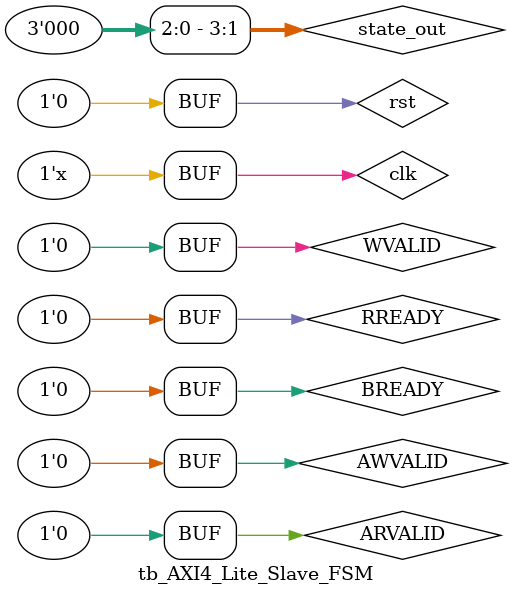
<source format=v>


module tb_AXI4_Lite_Slave_FSM;

    // Interface Signals
	reg		clk;
	reg  	rst; // reset on high

	// AXI4-Lite Interface Signals

	// Read address channel
	reg		ARVALID;
	wire	ARREADY;

	// Read data channel
	wire	RVALID;
	reg		RREADY;

	// Write address channel
	reg		AWVALID;
	wire	AWREADY;
	
	// Write data channel
	reg		WVALID;
	wire	WREADY;

	// Write response channel
	wire	BVALID;
	reg		BREADY;

	wire[3:0] state_out;

	// DUT
	AXI4_Lite_Slave_FSM DUT (
		.clk(clk), .rst(rst),
		.ARVALID(ARVALID), .ARREADY(ARREADY),
		.RVALID(RVALID), .RREADY(RREADY),
		.AWVALID(AWVALID), .AWREADY(AWREADY),
		.WVALID(WVALID), .WREADY(WREADY),
		.BVALID(BVALID), .BREADY(BREADY)
	);

	// Assignments to internal signals
	assign state_out = DUT.state;


	always #5 clk = ~clk;

	initial begin
		
		clk 	<= 0;
		rst 	<= 0;
		ARVALID <= 0;
		RREADY 	<= 0;
		AWVALID <= 0;
		WVALID 	<= 0;
		BREADY 	<= 0;
		#5;

		rst <= 1;
		#10;

		rst <= 0;
		#10;

		AWVALID <= 1;
		#10;

		AWVALID <= 0;
		#20;

		WVALID <= 1;
		#10;

		WVALID <= 0;
		#20;

		BREADY <= 1;
		#10;

		BREADY <= 0;
		#10;

	end

endmodule
</source>
